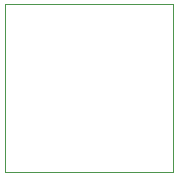
<source format=gbr>
G04 #@! TF.GenerationSoftware,KiCad,Pcbnew,8.0.3*
G04 #@! TF.CreationDate,2024-06-06T15:57:19+09:00*
G04 #@! TF.ProjectId,switch_plate_cell,73776974-6368-45f7-906c-6174655f6365,rev?*
G04 #@! TF.SameCoordinates,Original*
G04 #@! TF.FileFunction,Legend,Bot*
G04 #@! TF.FilePolarity,Positive*
%FSLAX46Y46*%
G04 Gerber Fmt 4.6, Leading zero omitted, Abs format (unit mm)*
G04 Created by KiCad (PCBNEW 8.0.3) date 2024-06-06 15:57:19*
%MOMM*%
%LPD*%
G01*
G04 APERTURE LIST*
%ADD10C,0.120000*%
G04 APERTURE END LIST*
D10*
G04 #@! TO.C,REF\u002A\u002A*
X152100000Y-108100000D02*
X152100000Y-93900000D01*
X152100000Y-93900000D02*
X137900000Y-93900000D01*
X137900000Y-108100000D02*
X152100000Y-108100000D01*
X137900000Y-93900000D02*
X137900000Y-108100000D01*
G04 #@! TD*
M02*

</source>
